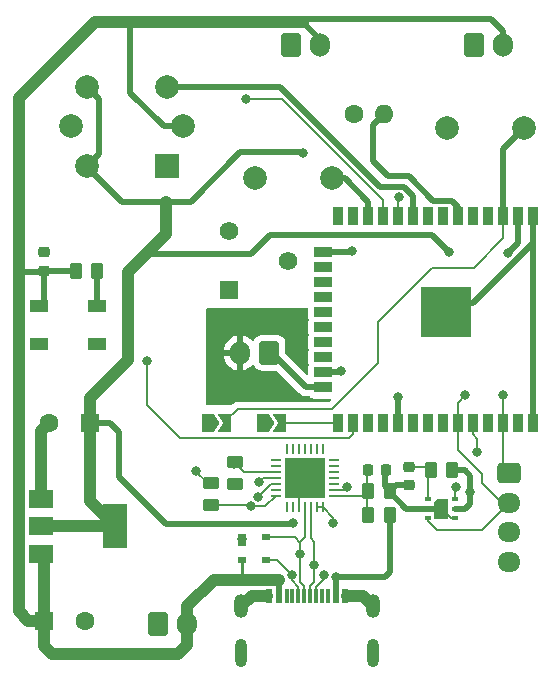
<source format=gbr>
%TF.GenerationSoftware,KiCad,Pcbnew,7.0.9-7.0.9~ubuntu22.04.1*%
%TF.CreationDate,2023-12-02T23:02:12+03:00*%
%TF.ProjectId,air-detector,6169722d-6465-4746-9563-746f722e6b69,rev?*%
%TF.SameCoordinates,Original*%
%TF.FileFunction,Copper,L1,Top*%
%TF.FilePolarity,Positive*%
%FSLAX46Y46*%
G04 Gerber Fmt 4.6, Leading zero omitted, Abs format (unit mm)*
G04 Created by KiCad (PCBNEW 7.0.9-7.0.9~ubuntu22.04.1) date 2023-12-02 23:02:12*
%MOMM*%
%LPD*%
G01*
G04 APERTURE LIST*
G04 Aperture macros list*
%AMRoundRect*
0 Rectangle with rounded corners*
0 $1 Rounding radius*
0 $2 $3 $4 $5 $6 $7 $8 $9 X,Y pos of 4 corners*
0 Add a 4 corners polygon primitive as box body*
4,1,4,$2,$3,$4,$5,$6,$7,$8,$9,$2,$3,0*
0 Add four circle primitives for the rounded corners*
1,1,$1+$1,$2,$3*
1,1,$1+$1,$4,$5*
1,1,$1+$1,$6,$7*
1,1,$1+$1,$8,$9*
0 Add four rect primitives between the rounded corners*
20,1,$1+$1,$2,$3,$4,$5,0*
20,1,$1+$1,$4,$5,$6,$7,0*
20,1,$1+$1,$6,$7,$8,$9,0*
20,1,$1+$1,$8,$9,$2,$3,0*%
%AMFreePoly0*
4,1,6,1.000000,0.000000,0.500000,-0.750000,-0.500000,-0.750000,-0.500000,0.750000,0.500000,0.750000,1.000000,0.000000,1.000000,0.000000,$1*%
%AMFreePoly1*
4,1,6,0.500000,-0.750000,-0.650000,-0.750000,-0.150000,0.000000,-0.650000,0.750000,0.500000,0.750000,0.500000,-0.750000,0.500000,-0.750000,$1*%
%AMFreePoly2*
4,1,15,-0.324998,0.855000,0.625000,0.855000,0.628536,0.853536,0.630000,0.850000,0.630000,-0.850000,0.628536,-0.853536,0.625000,-0.855000,-0.625000,-0.855000,-0.628536,-0.853536,-0.630000,-0.850000,-0.630001,0.550000,-0.628536,0.553536,-0.328536,0.853536,-0.325000,0.855001,-0.324998,0.855000,-0.324998,0.855000,$1*%
G04 Aperture macros list end*
%TA.AperFunction,SMDPad,CuDef*%
%ADD10RoundRect,0.250000X-0.262500X-0.450000X0.262500X-0.450000X0.262500X0.450000X-0.262500X0.450000X0*%
%TD*%
%TA.AperFunction,ComponentPad*%
%ADD11R,1.600000X1.600000*%
%TD*%
%TA.AperFunction,ComponentPad*%
%ADD12C,1.600000*%
%TD*%
%TA.AperFunction,SMDPad,CuDef*%
%ADD13RoundRect,0.225000X-0.250000X0.225000X-0.250000X-0.225000X0.250000X-0.225000X0.250000X0.225000X0*%
%TD*%
%TA.AperFunction,SMDPad,CuDef*%
%ADD14RoundRect,0.225000X0.250000X-0.225000X0.250000X0.225000X-0.250000X0.225000X-0.250000X-0.225000X0*%
%TD*%
%TA.AperFunction,ComponentPad*%
%ADD15R,2.000000X2.000000*%
%TD*%
%TA.AperFunction,ComponentPad*%
%ADD16C,2.000000*%
%TD*%
%TA.AperFunction,SMDPad,CuDef*%
%ADD17FreePoly0,0.000000*%
%TD*%
%TA.AperFunction,SMDPad,CuDef*%
%ADD18FreePoly1,0.000000*%
%TD*%
%TA.AperFunction,SMDPad,CuDef*%
%ADD19RoundRect,0.250000X0.450000X-0.262500X0.450000X0.262500X-0.450000X0.262500X-0.450000X-0.262500X0*%
%TD*%
%TA.AperFunction,SMDPad,CuDef*%
%ADD20R,2.000000X1.500000*%
%TD*%
%TA.AperFunction,SMDPad,CuDef*%
%ADD21R,2.000000X3.800000*%
%TD*%
%TA.AperFunction,ComponentPad*%
%ADD22RoundRect,0.250000X-0.600000X-0.750000X0.600000X-0.750000X0.600000X0.750000X-0.600000X0.750000X0*%
%TD*%
%TA.AperFunction,ComponentPad*%
%ADD23O,1.700000X2.000000*%
%TD*%
%TA.AperFunction,SMDPad,CuDef*%
%ADD24RoundRect,0.062500X0.062500X-0.337500X0.062500X0.337500X-0.062500X0.337500X-0.062500X-0.337500X0*%
%TD*%
%TA.AperFunction,SMDPad,CuDef*%
%ADD25RoundRect,0.062500X0.337500X-0.062500X0.337500X0.062500X-0.337500X0.062500X-0.337500X-0.062500X0*%
%TD*%
%TA.AperFunction,SMDPad,CuDef*%
%ADD26R,3.350000X3.350000*%
%TD*%
%TA.AperFunction,SMDPad,CuDef*%
%ADD27R,0.550000X0.400000*%
%TD*%
%TA.AperFunction,SMDPad,CuDef*%
%ADD28FreePoly2,0.000000*%
%TD*%
%TA.AperFunction,SMDPad,CuDef*%
%ADD29RoundRect,0.225000X-0.225000X-0.250000X0.225000X-0.250000X0.225000X0.250000X-0.225000X0.250000X0*%
%TD*%
%TA.AperFunction,SMDPad,CuDef*%
%ADD30R,0.600000X1.160000*%
%TD*%
%TA.AperFunction,SMDPad,CuDef*%
%ADD31R,0.300000X1.160000*%
%TD*%
%TA.AperFunction,ComponentPad*%
%ADD32O,1.200000X2.000000*%
%TD*%
%TA.AperFunction,ComponentPad*%
%ADD33O,1.000000X2.400000*%
%TD*%
%TA.AperFunction,ComponentPad*%
%ADD34R,1.560000X1.560000*%
%TD*%
%TA.AperFunction,ComponentPad*%
%ADD35C,1.560000*%
%TD*%
%TA.AperFunction,ComponentPad*%
%ADD36RoundRect,0.250000X0.600000X0.750000X-0.600000X0.750000X-0.600000X-0.750000X0.600000X-0.750000X0*%
%TD*%
%TA.AperFunction,ComponentPad*%
%ADD37RoundRect,0.250000X-0.725000X0.600000X-0.725000X-0.600000X0.725000X-0.600000X0.725000X0.600000X0*%
%TD*%
%TA.AperFunction,ComponentPad*%
%ADD38O,1.950000X1.700000*%
%TD*%
%TA.AperFunction,SMDPad,CuDef*%
%ADD39RoundRect,0.250000X-0.450000X0.262500X-0.450000X-0.262500X0.450000X-0.262500X0.450000X0.262500X0*%
%TD*%
%TA.AperFunction,SMDPad,CuDef*%
%ADD40R,0.700000X1.000000*%
%TD*%
%TA.AperFunction,SMDPad,CuDef*%
%ADD41R,0.700000X0.600000*%
%TD*%
%TA.AperFunction,SMDPad,CuDef*%
%ADD42R,1.500000X1.000000*%
%TD*%
%TA.AperFunction,SMDPad,CuDef*%
%ADD43RoundRect,0.250000X0.262500X0.450000X-0.262500X0.450000X-0.262500X-0.450000X0.262500X-0.450000X0*%
%TD*%
%TA.AperFunction,SMDPad,CuDef*%
%ADD44R,0.900000X1.500000*%
%TD*%
%TA.AperFunction,SMDPad,CuDef*%
%ADD45R,1.500000X0.900000*%
%TD*%
%TA.AperFunction,SMDPad,CuDef*%
%ADD46R,1.050000X1.050000*%
%TD*%
%TA.AperFunction,HeatsinkPad*%
%ADD47C,0.600000*%
%TD*%
%TA.AperFunction,SMDPad,CuDef*%
%ADD48R,4.200000X4.200000*%
%TD*%
%TA.AperFunction,ComponentPad*%
%ADD49O,1.600000X1.600000*%
%TD*%
%TA.AperFunction,ViaPad*%
%ADD50C,0.800000*%
%TD*%
%TA.AperFunction,Conductor*%
%ADD51C,1.000000*%
%TD*%
%TA.AperFunction,Conductor*%
%ADD52C,0.500000*%
%TD*%
%TA.AperFunction,Conductor*%
%ADD53C,0.200000*%
%TD*%
%TA.AperFunction,Conductor*%
%ADD54C,0.250000*%
%TD*%
G04 APERTURE END LIST*
D10*
%TO.P,R19,1*%
%TO.N,/board2/+5V*%
X70787500Y-54600000D03*
%TO.P,R19,2*%
%TO.N,Net-(D4-DIN)*%
X72612500Y-54600000D03*
%TD*%
D11*
%TO.P,C33,1*%
%TO.N,/board2/+3V3*%
X72000000Y-67470000D03*
D12*
%TO.P,C33,2*%
%TO.N,/core1/GND*%
X68500000Y-67470000D03*
%TD*%
D13*
%TO.P,C22,1*%
%TO.N,/core1/GND*%
X68100000Y-53025000D03*
%TO.P,C22,2*%
%TO.N,/board2/+5V*%
X68100000Y-54575000D03*
%TD*%
D14*
%TO.P,C19,1*%
%TO.N,/core1/GND*%
X99036750Y-72745000D03*
%TO.P,C19,2*%
%TO.N,Net-(U10-VCC)*%
X99036750Y-71195000D03*
%TD*%
D11*
%TO.P,C30,1*%
%TO.N,/board2/+5V*%
X68097349Y-84220000D03*
D12*
%TO.P,C30,2*%
%TO.N,/core1/GND*%
X71597349Y-84220000D03*
%TD*%
D15*
%TO.P,U6,1,B1*%
%TO.N,/board2/H2S*%
X78500000Y-45720000D03*
D16*
%TO.P,U6,2,VH+*%
%TO.N,/board2/+5V*%
X79890000Y-42360000D03*
%TO.P,U6,3,B2*%
%TO.N,/board2/H2S*%
X78500000Y-39000000D03*
%TO.P,U6,4,A2*%
%TO.N,/board2/+3V3*%
X71780000Y-39000000D03*
%TO.P,U6,5,VH-*%
%TO.N,/core1/GND*%
X70390000Y-42360000D03*
%TO.P,U6,6,A1*%
%TO.N,/board2/+3V3*%
X71780000Y-45720000D03*
%TD*%
D17*
%TO.P,JP4,1,A*%
%TO.N,Net-(JP4-A)*%
X82025000Y-67500000D03*
D18*
%TO.P,JP4,2,B*%
%TO.N,/core1/ESP32_ENABLE*%
X83475000Y-67500000D03*
%TD*%
D19*
%TO.P,R28,1*%
%TO.N,Net-(Q6-E)*%
X82250000Y-74382500D03*
%TO.P,R28,2*%
%TO.N,Net-(Q7-B)*%
X82250000Y-72557500D03*
%TD*%
D20*
%TO.P,U14,1,GND*%
%TO.N,/core1/GND*%
X67850000Y-73920000D03*
%TO.P,U14,2,VO*%
%TO.N,/board2/+3V3*%
X67850000Y-76220000D03*
D21*
X74150000Y-76220000D03*
D20*
%TO.P,U14,3,VI*%
%TO.N,/board2/+5V*%
X67850000Y-78520000D03*
%TD*%
D16*
%TO.P,SW4,1,1*%
%TO.N,/core1/GND*%
X86000000Y-46750000D03*
%TO.P,SW4,2,2*%
%TO.N,/core1/CALIBRATE_BUTTON*%
X92500000Y-46750000D03*
%TD*%
D22*
%TO.P,J7,1,Pin_1*%
%TO.N,Net-(J7-Pin_1)*%
X89000000Y-35475000D03*
D23*
%TO.P,J7,2,Pin_2*%
%TO.N,/board2/+5V*%
X91500000Y-35475000D03*
%TD*%
D24*
%TO.P,U13,1,~{DCD}*%
%TO.N,unconnected-(U13-~{DCD}-Pad1)*%
X88700000Y-74570000D03*
%TO.P,U13,2,~{RI}/CLK*%
%TO.N,unconnected-(U13-~{RI}{slash}CLK-Pad2)*%
X89200000Y-74570000D03*
%TO.P,U13,3,GND*%
%TO.N,/core1/GND*%
X89700000Y-74570000D03*
%TO.P,U13,4,D+*%
%TO.N,/core1/D+*%
X90200000Y-74570000D03*
%TO.P,U13,5,D-*%
%TO.N,/core1/D-*%
X90700000Y-74570000D03*
%TO.P,U13,6,VDD*%
%TO.N,/board2/+3V3*%
X91200000Y-74570000D03*
%TO.P,U13,7,VREGIN*%
X91700000Y-74570000D03*
D25*
%TO.P,U13,8,VBUS*%
%TO.N,Net-(U13-VBUS)*%
X92650000Y-73620000D03*
%TO.P,U13,9,~{RST}*%
%TO.N,Net-(U13-~{RST})*%
X92650000Y-73120000D03*
%TO.P,U13,10,NC*%
%TO.N,unconnected-(U13-NC-Pad10)*%
X92650000Y-72620000D03*
%TO.P,U13,11,~{SUSPEND}*%
%TO.N,unconnected-(U13-~{SUSPEND}-Pad11)*%
X92650000Y-72120000D03*
%TO.P,U13,12,SUSPEND*%
%TO.N,unconnected-(U13-SUSPEND-Pad12)*%
X92650000Y-71620000D03*
%TO.P,U13,13,CHREN*%
%TO.N,unconnected-(U13-CHREN-Pad13)*%
X92650000Y-71120000D03*
%TO.P,U13,14,CHR1*%
%TO.N,unconnected-(U13-CHR1-Pad14)*%
X92650000Y-70620000D03*
D24*
%TO.P,U13,15,CHR0*%
%TO.N,unconnected-(U13-CHR0-Pad15)*%
X91700000Y-69670000D03*
%TO.P,U13,16,~{WAKEUP}/GPIO.3*%
%TO.N,unconnected-(U13-~{WAKEUP}{slash}GPIO.3-Pad16)*%
X91200000Y-69670000D03*
%TO.P,U13,17,RS485/GPIO.2*%
%TO.N,unconnected-(U13-RS485{slash}GPIO.2-Pad17)*%
X90700000Y-69670000D03*
%TO.P,U13,18,~{RXT}/GPIO.1*%
%TO.N,unconnected-(U13-~{RXT}{slash}GPIO.1-Pad18)*%
X90200000Y-69670000D03*
%TO.P,U13,19,~{TXT}/GPIO.0*%
%TO.N,unconnected-(U13-~{TXT}{slash}GPIO.0-Pad19)*%
X89700000Y-69670000D03*
%TO.P,U13,20,GPIO.6*%
%TO.N,unconnected-(U13-GPIO.6-Pad20)*%
X89200000Y-69670000D03*
%TO.P,U13,21,GPIO.5*%
%TO.N,unconnected-(U13-GPIO.5-Pad21)*%
X88700000Y-69670000D03*
D25*
%TO.P,U13,22,GPIO.4*%
%TO.N,unconnected-(U13-GPIO.4-Pad22)*%
X87750000Y-70620000D03*
%TO.P,U13,23,~{CTS}*%
%TO.N,unconnected-(U13-~{CTS}-Pad23)*%
X87750000Y-71120000D03*
%TO.P,U13,24,~{RTS}*%
%TO.N,Net-(Q7-E)*%
X87750000Y-71620000D03*
%TO.P,U13,25,RXD*%
%TO.N,/core1/RXD_3V3*%
X87750000Y-72120000D03*
%TO.P,U13,26,TXD*%
%TO.N,/core1/TXD_3V3*%
X87750000Y-72620000D03*
%TO.P,U13,27,~{DSR}*%
%TO.N,unconnected-(U13-~{DSR}-Pad27)*%
X87750000Y-73120000D03*
%TO.P,U13,28,~{DTR}*%
%TO.N,Net-(Q6-E)*%
X87750000Y-73620000D03*
D26*
%TO.P,U13,29,GND*%
%TO.N,/core1/GND*%
X90200000Y-72120000D03*
%TD*%
D27*
%TO.P,U10,1,VCC*%
%TO.N,Net-(U10-VCC)*%
X100600000Y-73920000D03*
%TO.P,U10,2,GND1*%
%TO.N,/core1/GND*%
X100600000Y-74720000D03*
%TO.P,U10,3,SDA*%
%TO.N,/board2/SDA_3V3*%
X100600000Y-75520000D03*
%TO.P,U10,4,GND2*%
%TO.N,/core1/GND*%
X102900000Y-75520000D03*
%TO.P,U10,5,VCC_H*%
%TO.N,/board2/+3V3*%
X102900000Y-74720000D03*
%TO.P,U10,6,SCL*%
%TO.N,/board2/SCL_3V3*%
X102900000Y-73920000D03*
D28*
%TO.P,U10,7,PAD*%
%TO.N,/core1/GND*%
X101750000Y-74720000D03*
%TD*%
D29*
%TO.P,C27,1*%
%TO.N,Net-(U13-VBUS)*%
X95525000Y-71470000D03*
%TO.P,C27,2*%
%TO.N,/core1/GND*%
X97075000Y-71470000D03*
%TD*%
D30*
%TO.P,J9,A1,GND*%
%TO.N,/core1/GND*%
X87200000Y-82090000D03*
%TO.P,J9,A4,VBUS*%
%TO.N,/board2/+5V*%
X88000000Y-82090000D03*
D31*
%TO.P,J9,A5,CC1*%
%TO.N,unconnected-(J9-CC1-PadA5)*%
X89150000Y-82090000D03*
%TO.P,J9,A6,D+*%
%TO.N,/core1/D+*%
X90150000Y-82090000D03*
%TO.P,J9,A7,D-*%
%TO.N,/core1/D-*%
X90650000Y-82090000D03*
%TO.P,J9,A8,SBU1*%
%TO.N,unconnected-(J9-SBU1-PadA8)*%
X91650000Y-82090000D03*
D30*
%TO.P,J9,A9,VBUS*%
%TO.N,/board2/+5V*%
X92800000Y-82090000D03*
%TO.P,J9,A12,GND*%
%TO.N,/core1/GND*%
X93600000Y-82090000D03*
%TO.P,J9,B1,GND*%
X93600000Y-82090000D03*
%TO.P,J9,B4,VBUS*%
%TO.N,/board2/+5V*%
X92800000Y-82090000D03*
D31*
%TO.P,J9,B5,CC2*%
%TO.N,unconnected-(J9-CC2-PadB5)*%
X92150000Y-82090000D03*
%TO.P,J9,B6,D+*%
%TO.N,/core1/D+*%
X91150000Y-82090000D03*
%TO.P,J9,B7,D-*%
%TO.N,/core1/D-*%
X89650000Y-82090000D03*
%TO.P,J9,B8,SBU2*%
%TO.N,unconnected-(J9-SBU2-PadB8)*%
X88650000Y-82090000D03*
D30*
%TO.P,J9,B9,VBUS*%
%TO.N,/board2/+5V*%
X88000000Y-82090000D03*
%TO.P,J9,B12,GND*%
%TO.N,/core1/GND*%
X87200000Y-82090000D03*
D32*
%TO.P,J9,S1,SHIELD*%
X84800000Y-82975000D03*
D33*
X84800000Y-86900000D03*
D32*
X96000000Y-82975000D03*
D33*
X96000000Y-86900000D03*
%TD*%
D34*
%TO.P,RV2,1,1*%
%TO.N,/core1/GND*%
X83760000Y-56220000D03*
D35*
%TO.P,RV2,2,2*%
X88760000Y-53720000D03*
%TO.P,RV2,3,3*%
%TO.N,/board2/H2S*%
X83760000Y-51220000D03*
%TD*%
D36*
%TO.P,J2,1,Pin_1*%
%TO.N,/board2/TOUCH_SENSOR*%
X87200000Y-61520000D03*
D23*
%TO.P,J2,2,Pin_2*%
%TO.N,/core1/GND*%
X84700000Y-61520000D03*
%TD*%
D37*
%TO.P,J4,1,Pin_1*%
%TO.N,/board2/SCL_3V3*%
X107525000Y-71720000D03*
D38*
%TO.P,J4,2,Pin_2*%
%TO.N,/board2/SDA_3V3*%
X107525000Y-74220000D03*
%TO.P,J4,3,Pin_3*%
%TO.N,/board2/+3V3*%
X107525000Y-76720000D03*
%TO.P,J4,4,Pin_4*%
%TO.N,/core1/GND*%
X107525000Y-79220000D03*
%TD*%
D22*
%TO.P,J6,1,Pin_1*%
%TO.N,Net-(J6-Pin_1)*%
X104500000Y-35500000D03*
D23*
%TO.P,J6,2,Pin_2*%
%TO.N,/board2/+5V*%
X107000000Y-35500000D03*
%TD*%
D39*
%TO.P,R27,1*%
%TO.N,Net-(Q7-E)*%
X84250000Y-70807500D03*
%TO.P,R27,2*%
%TO.N,Net-(Q6-B)*%
X84250000Y-72632500D03*
%TD*%
D40*
%TO.P,D9,1,A*%
%TO.N,/core1/GND*%
X84900000Y-77350000D03*
D41*
%TO.P,D9,2,K*%
%TO.N,/board2/+5V*%
X84900000Y-79050000D03*
%TO.P,D9,3,K*%
%TO.N,/core1/D-*%
X86900000Y-79050000D03*
%TO.P,D9,4,K*%
%TO.N,/core1/D+*%
X86900000Y-77150000D03*
%TD*%
D42*
%TO.P,D4,1,VSS*%
%TO.N,/core1/GND*%
X72595000Y-60755000D03*
%TO.P,D4,2,DIN*%
%TO.N,Net-(D4-DIN)*%
X72595000Y-57555000D03*
%TO.P,D4,3,VDD*%
%TO.N,/board2/+5V*%
X67695000Y-57555000D03*
%TO.P,D4,4,DOUT*%
%TO.N,unconnected-(D4-DOUT-Pad4)*%
X67695000Y-60755000D03*
%TD*%
D10*
%TO.P,R25,1*%
%TO.N,Net-(U13-VBUS)*%
X95587500Y-73220000D03*
%TO.P,R25,2*%
%TO.N,/core1/GND*%
X97412500Y-73220000D03*
%TD*%
D43*
%TO.P,R24,1*%
%TO.N,/board2/+5V*%
X97412500Y-75220000D03*
%TO.P,R24,2*%
%TO.N,Net-(U13-VBUS)*%
X95587500Y-75220000D03*
%TD*%
D44*
%TO.P,U15,1,GND*%
%TO.N,/core1/GND*%
X109500000Y-49970000D03*
%TO.P,U15,2,VDD*%
%TO.N,/board2/+3V3*%
X108230000Y-49970000D03*
%TO.P,U15,3,EN*%
%TO.N,/core1/ESP32_ENABLE*%
X106960000Y-49970000D03*
%TO.P,U15,4,SENSOR_VP*%
%TO.N,unconnected-(U15-SENSOR_VP-Pad4)*%
X105690000Y-49970000D03*
%TO.P,U15,5,SENSOR_VN*%
%TO.N,unconnected-(U15-SENSOR_VN-Pad5)*%
X104420000Y-49970000D03*
%TO.P,U15,6,IO34*%
%TO.N,/board2/LIGHT*%
X103150000Y-49970000D03*
%TO.P,U15,7,IO35*%
%TO.N,/core1/O2*%
X101880000Y-49970000D03*
%TO.P,U15,8,IO32*%
%TO.N,/core1/CO*%
X100610000Y-49970000D03*
%TO.P,U15,9,IO33*%
%TO.N,/board2/H2S*%
X99340000Y-49970000D03*
%TO.P,U15,10,IO25*%
%TO.N,/board2/EXT_FAN_ENABLE*%
X98070000Y-49970000D03*
%TO.P,U15,11,IO26*%
%TO.N,/board2/FAN_ENABLE*%
X96800000Y-49970000D03*
%TO.P,U15,12,IO27*%
%TO.N,/core1/CALIBRATE_BUTTON*%
X95530000Y-49970000D03*
%TO.P,U15,13,IO14*%
%TO.N,unconnected-(U15-IO14-Pad13)*%
X94260000Y-49970000D03*
%TO.P,U15,14,IO12*%
%TO.N,Net-(U15-IO12)*%
X92990000Y-49970000D03*
D45*
%TO.P,U15,15,GND*%
%TO.N,/core1/GND*%
X91740000Y-53010000D03*
%TO.P,U15,16,IO13*%
%TO.N,unconnected-(U15-IO13-Pad16)*%
X91740000Y-54280000D03*
%TO.P,U15,17,SHD/SD2*%
%TO.N,unconnected-(U15-SHD{slash}SD2-Pad17)*%
X91740000Y-55550000D03*
%TO.P,U15,18,SWP/SD3*%
%TO.N,unconnected-(U15-SWP{slash}SD3-Pad18)*%
X91740000Y-56820000D03*
%TO.P,U15,19,SCS/CMD*%
%TO.N,unconnected-(U15-SCS{slash}CMD-Pad19)*%
X91740000Y-58090000D03*
%TO.P,U15,20,SCK/CLK*%
%TO.N,unconnected-(U15-SCK{slash}CLK-Pad20)*%
X91740000Y-59360000D03*
%TO.P,U15,21,SDO/SD0*%
%TO.N,unconnected-(U15-SDO{slash}SD0-Pad21)*%
X91740000Y-60630000D03*
%TO.P,U15,22,SDI/SD1*%
%TO.N,unconnected-(U15-SDI{slash}SD1-Pad22)*%
X91740000Y-61900000D03*
%TO.P,U15,23,IO15*%
%TO.N,Net-(U15-IO15)*%
X91740000Y-63170000D03*
%TO.P,U15,24,IO2*%
%TO.N,/board2/TOUCH_SENSOR*%
X91740000Y-64440000D03*
D44*
%TO.P,U15,25,IO0*%
%TO.N,/core1/ESP32_FLUSH*%
X92990000Y-67470000D03*
%TO.P,U15,26,IO4*%
%TO.N,/board2/RGB_CONTROL#*%
X94260000Y-67470000D03*
%TO.P,U15,27,IO16*%
%TO.N,/core1/TXD_2_3V3*%
X95530000Y-67470000D03*
%TO.P,U15,28,IO17*%
%TO.N,/core1/RXD_2_3V3*%
X96800000Y-67470000D03*
%TO.P,U15,29,IO5*%
%TO.N,Net-(U15-IO5)*%
X98070000Y-67470000D03*
%TO.P,U15,30,IO18*%
%TO.N,/core1/PMS7003_ENABLE*%
X99340000Y-67470000D03*
%TO.P,U15,31,IO19*%
%TO.N,unconnected-(U15-IO19-Pad31)*%
X100610000Y-67470000D03*
%TO.P,U15,32,NC*%
%TO.N,unconnected-(U15-NC-Pad32)*%
X101880000Y-67470000D03*
%TO.P,U15,33,IO21*%
%TO.N,/board2/SDA_3V3*%
X103150000Y-67470000D03*
%TO.P,U15,34,RXD0/IO3*%
%TO.N,/core1/TXD_3V3*%
X104420000Y-67470000D03*
%TO.P,U15,35,TXD0/IO1*%
%TO.N,/core1/RXD_3V3*%
X105690000Y-67470000D03*
%TO.P,U15,36,IO22*%
%TO.N,/board2/SCL_3V3*%
X106960000Y-67470000D03*
%TO.P,U15,37,IO23*%
%TO.N,unconnected-(U15-IO23-Pad37)*%
X108230000Y-67470000D03*
%TO.P,U15,38,GND*%
%TO.N,/core1/GND*%
X109500000Y-67470000D03*
D46*
%TO.P,U15,39,GND*%
X103685000Y-56515000D03*
D47*
X102922500Y-56515000D03*
D46*
X102160000Y-56515000D03*
D47*
X101397500Y-56515000D03*
D46*
X100635000Y-56515000D03*
D47*
X103685000Y-57277500D03*
X102160000Y-57277500D03*
X100635000Y-57277500D03*
D46*
X103685000Y-58040000D03*
D47*
X102922500Y-58040000D03*
D46*
X102160000Y-58040000D03*
D48*
X102160000Y-58040000D03*
D47*
X101397500Y-58040000D03*
D46*
X100635000Y-58040000D03*
D47*
X103685000Y-58802500D03*
X102160000Y-58802500D03*
X100635000Y-58802500D03*
D46*
X103685000Y-59565000D03*
D47*
X102922500Y-59565000D03*
D46*
X102160000Y-59565000D03*
D47*
X101397500Y-59565000D03*
D46*
X100635000Y-59565000D03*
%TD*%
D22*
%TO.P,J10,1,Pin_1*%
%TO.N,/core1/GND*%
X77750000Y-84445000D03*
D23*
%TO.P,J10,2,Pin_2*%
%TO.N,/board2/+5V*%
X80250000Y-84445000D03*
%TD*%
D43*
%TO.P,R16,1*%
%TO.N,/board2/+3V3*%
X102662500Y-71470000D03*
%TO.P,R16,2*%
%TO.N,Net-(U10-VCC)*%
X100837500Y-71470000D03*
%TD*%
D16*
%TO.P,SW2,1,1*%
%TO.N,/core1/GND*%
X102250000Y-42500000D03*
%TO.P,SW2,2,2*%
%TO.N,/core1/ESP32_ENABLE*%
X108750000Y-42500000D03*
%TD*%
D17*
%TO.P,JP3,1,A*%
%TO.N,Net-(JP3-A)*%
X86675000Y-67500000D03*
D18*
%TO.P,JP3,2,B*%
%TO.N,/core1/ESP32_FLUSH*%
X88125000Y-67500000D03*
%TD*%
D12*
%TO.P,R8,1*%
%TO.N,/board2/+3V3*%
X94355000Y-41320000D03*
D49*
%TO.P,R8,2*%
%TO.N,/board2/LIGHT*%
X96895000Y-41320000D03*
%TD*%
D50*
%TO.N,/core1/GND*%
X90200000Y-72120000D03*
X88800000Y-65120000D03*
X72600000Y-60720000D03*
X94200000Y-52920000D03*
X83400000Y-59320000D03*
X84900000Y-77300000D03*
X68100000Y-53000000D03*
X101800000Y-74720000D03*
X88400000Y-59320000D03*
X97400000Y-73320000D03*
X83000000Y-65120000D03*
%TO.N,/board2/+3V3*%
X102400000Y-52945000D03*
X92600000Y-75920000D03*
X90000000Y-44587500D03*
X104200000Y-73320000D03*
X89200000Y-75920000D03*
X107400000Y-53045000D03*
%TO.N,/board2/+5V*%
X92800000Y-80520000D03*
X88000000Y-80720000D03*
%TO.N,Net-(D4-DIN)*%
X72595000Y-57555000D03*
%TO.N,/core1/D-*%
X91000000Y-79520000D03*
X89100500Y-80320000D03*
%TO.N,/core1/D+*%
X89800000Y-78520000D03*
X91800000Y-80320000D03*
%TO.N,/board2/SCL_3V3*%
X103000000Y-72920000D03*
X107000000Y-65120000D03*
%TO.N,/board2/SDA_3V3*%
X103800000Y-65120000D03*
%TO.N,Net-(JP3-A)*%
X86675000Y-67500000D03*
%TO.N,Net-(JP4-A)*%
X82025000Y-67500000D03*
%TO.N,/board2/RGB_CONTROL#*%
X76812500Y-62200000D03*
%TO.N,/board2/EXT_FAN_ENABLE*%
X98200000Y-48320000D03*
%TO.N,/board2/FAN_ENABLE*%
X85250000Y-40000000D03*
%TO.N,Net-(Q6-B)*%
X84200000Y-72720000D03*
%TO.N,Net-(Q6-E)*%
X85607904Y-74525251D03*
%TO.N,Net-(Q7-B)*%
X81000000Y-71500000D03*
%TO.N,Net-(Q7-E)*%
X84200000Y-70920000D03*
%TO.N,Net-(U13-~{RST})*%
X93800000Y-72920500D03*
%TO.N,/core1/TXD_3V3*%
X104800000Y-69900000D03*
X86200000Y-73720000D03*
%TO.N,/core1/RXD_3V3*%
X86299500Y-72498798D03*
X105690000Y-67470000D03*
%TO.N,Net-(U15-IO5)*%
X98100000Y-65300000D03*
%TO.N,Net-(U15-IO12)*%
X93000000Y-50000000D03*
%TO.N,Net-(U15-IO15)*%
X93300000Y-63100000D03*
%TD*%
D51*
%TO.N,/core1/GND*%
X95115000Y-82090000D02*
X93800000Y-82090000D01*
D52*
X97887500Y-72745000D02*
X97412500Y-73220000D01*
D51*
X67850000Y-73920000D02*
X67850000Y-68120000D01*
D52*
X94110000Y-53010000D02*
X94200000Y-52920000D01*
D53*
X100600000Y-74720000D02*
X101750000Y-74720000D01*
D52*
X109500000Y-52225000D02*
X104447500Y-57277500D01*
D53*
X89700000Y-74570000D02*
X89700000Y-72620000D01*
D52*
X97025000Y-72832500D02*
X97400000Y-73207500D01*
D51*
X96000000Y-82975000D02*
X95115000Y-82090000D01*
D52*
X97025000Y-71470000D02*
X97025000Y-72832500D01*
X109500000Y-51720000D02*
X109500000Y-52225000D01*
X104447500Y-57277500D02*
X103685000Y-57277500D01*
X99036750Y-72745000D02*
X97887500Y-72745000D01*
X109500000Y-49970000D02*
X109500000Y-51720000D01*
X98800000Y-74720000D02*
X97400000Y-73320000D01*
D53*
X102900000Y-75520000D02*
X102550000Y-75520000D01*
D52*
X91740000Y-53010000D02*
X94110000Y-53010000D01*
X101750000Y-74720000D02*
X98800000Y-74720000D01*
D51*
X67850000Y-68120000D02*
X68500000Y-67470000D01*
X85685000Y-82090000D02*
X87000000Y-82090000D01*
X84800000Y-82975000D02*
X85685000Y-82090000D01*
D52*
X109500000Y-67470000D02*
X109500000Y-51720000D01*
D53*
X102550000Y-75520000D02*
X101800000Y-74770000D01*
D52*
%TO.N,/board2/+3V3*%
X74720000Y-48720000D02*
X71780000Y-45780000D01*
X104200000Y-71920000D02*
X103750000Y-71470000D01*
X73720000Y-67470000D02*
X74500000Y-68250000D01*
X71780000Y-39000000D02*
X72780000Y-40000000D01*
X108230000Y-52215000D02*
X108230000Y-49970000D01*
X102900000Y-74720000D02*
X103800000Y-74720000D01*
D51*
X74150000Y-76220000D02*
X72000000Y-74070000D01*
D52*
X80530000Y-48720000D02*
X78470000Y-48720000D01*
X89912500Y-44500000D02*
X84750000Y-44500000D01*
X74500000Y-68250000D02*
X74500000Y-72020000D01*
X103800000Y-74720000D02*
X104200000Y-74320000D01*
X76810000Y-53110000D02*
X76820000Y-53120000D01*
D53*
X91700000Y-74570000D02*
X92600000Y-75470000D01*
D52*
X84750000Y-44500000D02*
X80530000Y-48720000D01*
X85640000Y-53120000D02*
X87240000Y-51520000D01*
X103750000Y-71470000D02*
X102662500Y-71470000D01*
X78480000Y-76000000D02*
X89120000Y-76000000D01*
X72780000Y-44720000D02*
X71780000Y-45720000D01*
X87240000Y-51520000D02*
X100975000Y-51520000D01*
X90000000Y-44587500D02*
X89912500Y-44500000D01*
X72780000Y-40000000D02*
X72780000Y-44720000D01*
D53*
X91200000Y-74570000D02*
X91700000Y-74570000D01*
D52*
X89120000Y-76000000D02*
X89200000Y-75920000D01*
D51*
X78470000Y-51450000D02*
X75200000Y-54720000D01*
X67850000Y-76220000D02*
X74150000Y-76220000D01*
X78470000Y-48720000D02*
X78470000Y-51450000D01*
D52*
X72000000Y-67470000D02*
X73720000Y-67470000D01*
D53*
X92600000Y-75470000D02*
X92600000Y-75920000D01*
D51*
X72000000Y-74070000D02*
X72000000Y-67470000D01*
X75200000Y-62120000D02*
X72000000Y-65320000D01*
D52*
X100975000Y-51520000D02*
X102400000Y-52945000D01*
D51*
X75200000Y-54720000D02*
X75200000Y-62120000D01*
D52*
X78470000Y-48720000D02*
X74720000Y-48720000D01*
X107400000Y-53045000D02*
X108230000Y-52215000D01*
D51*
X72000000Y-65320000D02*
X72000000Y-67470000D01*
D52*
X76820000Y-53120000D02*
X85640000Y-53120000D01*
X104200000Y-74320000D02*
X104200000Y-71920000D01*
X74500000Y-72020000D02*
X78480000Y-76000000D01*
%TO.N,/board2/LIGHT*%
X98979950Y-46520000D02*
X97200000Y-46520000D01*
X97200000Y-46520000D02*
X96000000Y-45320000D01*
X103150000Y-49140000D02*
X102640025Y-48630025D01*
X102640025Y-48630025D02*
X101089975Y-48630025D01*
X96000000Y-42215000D02*
X96895000Y-41320000D01*
X103150000Y-49970000D02*
X103150000Y-49140000D01*
X96000000Y-45320000D02*
X96000000Y-42215000D01*
X101089975Y-48630025D02*
X98979950Y-46520000D01*
%TO.N,/board2/H2S*%
X96550000Y-47470000D02*
X98552082Y-47470000D01*
X98552082Y-47470000D02*
X99340000Y-48257918D01*
X88080000Y-39000000D02*
X96550000Y-47470000D01*
X78500000Y-39000000D02*
X88080000Y-39000000D01*
X99340000Y-48257918D02*
X99340000Y-49970000D01*
D53*
%TO.N,Net-(U10-VCC)*%
X100600000Y-73920000D02*
X100600000Y-71707500D01*
X99036750Y-71195000D02*
X100562500Y-71195000D01*
D51*
%TO.N,/board2/+5V*%
X68750000Y-87000000D02*
X68097349Y-86347349D01*
X66000000Y-39920000D02*
X66000000Y-54850000D01*
X82500000Y-80750000D02*
X84900000Y-80750000D01*
D52*
X68100000Y-54575000D02*
X68100000Y-57150000D01*
D54*
X84900000Y-79050000D02*
X84900000Y-80750000D01*
D52*
X75250000Y-33500000D02*
X75400000Y-33650000D01*
D51*
X80250000Y-86250000D02*
X79500000Y-87000000D01*
D52*
X75400000Y-39520000D02*
X78240000Y-42360000D01*
D51*
X80250000Y-84445000D02*
X80250000Y-83000000D01*
D52*
X92800000Y-82090000D02*
X92800000Y-80520000D01*
X97412500Y-80107500D02*
X97412500Y-75220000D01*
X75400000Y-33650000D02*
X75400000Y-39520000D01*
X68100000Y-57150000D02*
X67695000Y-57555000D01*
X88000000Y-82090000D02*
X88000000Y-80720000D01*
D51*
X66797349Y-84220000D02*
X66000000Y-83422651D01*
X80250000Y-84638503D02*
X80250000Y-86250000D01*
X68097349Y-84220000D02*
X66797349Y-84220000D01*
X80250000Y-83000000D02*
X82500000Y-80750000D01*
D52*
X92800000Y-80520000D02*
X97000000Y-80520000D01*
D51*
X68097349Y-84220000D02*
X68097349Y-78767349D01*
X72420000Y-33500000D02*
X66000000Y-39920000D01*
D52*
X97000000Y-80520000D02*
X97412500Y-80107500D01*
X106000000Y-33250000D02*
X107000000Y-34250000D01*
X68100000Y-54575000D02*
X70762500Y-54575000D01*
X66150000Y-54700000D02*
X67975000Y-54700000D01*
X90250000Y-33250000D02*
X106000000Y-33250000D01*
D51*
X68097349Y-86347349D02*
X68097349Y-84220000D01*
X66000000Y-83422651D02*
X66000000Y-54850000D01*
X90000000Y-33500000D02*
X75250000Y-33500000D01*
X79500000Y-87000000D02*
X68750000Y-87000000D01*
X84900000Y-80750000D02*
X87970000Y-80750000D01*
D52*
X107000000Y-34250000D02*
X107000000Y-35500000D01*
X90000000Y-33500000D02*
X91500000Y-35000000D01*
D51*
X87970000Y-80750000D02*
X88000000Y-80720000D01*
D52*
X90000000Y-33500000D02*
X90250000Y-33250000D01*
X78240000Y-42360000D02*
X79890000Y-42360000D01*
D51*
X75250000Y-33500000D02*
X72420000Y-33500000D01*
D53*
%TO.N,Net-(U13-VBUS)*%
X95475000Y-71470000D02*
X95475000Y-75107500D01*
X92650000Y-73620000D02*
X95187500Y-73620000D01*
%TO.N,/core1/ESP32_ENABLE*%
X106960000Y-51840000D02*
X104500000Y-54300000D01*
X92530000Y-66270000D02*
X84525000Y-66270000D01*
X104500000Y-54300000D02*
X101000000Y-54300000D01*
D52*
X106960000Y-44290000D02*
X108750000Y-42500000D01*
D53*
X106960000Y-49970000D02*
X106960000Y-51840000D01*
X84525000Y-66270000D02*
X83475000Y-67320000D01*
D52*
X106960000Y-49970000D02*
X106960000Y-44290000D01*
D53*
X101000000Y-54300000D02*
X96400000Y-58900000D01*
X96400000Y-62400000D02*
X92530000Y-66270000D01*
X96400000Y-58900000D02*
X96400000Y-62400000D01*
D52*
%TO.N,Net-(D4-DIN)*%
X72612500Y-54600000D02*
X72612500Y-57537500D01*
D53*
%TO.N,/core1/D-*%
X90650000Y-82090000D02*
X90650000Y-81260000D01*
X90700000Y-77220000D02*
X90700000Y-74570000D01*
X91000000Y-79520000D02*
X91000000Y-77520000D01*
X89100500Y-80776186D02*
X89650000Y-81325686D01*
X89650000Y-81325686D02*
X89650000Y-82090000D01*
X91000000Y-77520000D02*
X90700000Y-77220000D01*
X91000000Y-80910000D02*
X91000000Y-79520000D01*
X87830500Y-79050000D02*
X86900000Y-79050000D01*
X89100500Y-80320000D02*
X89100500Y-80776186D01*
X90650000Y-81260000D02*
X91000000Y-80910000D01*
X89100500Y-80320000D02*
X87830500Y-79050000D01*
%TO.N,/core1/D+*%
X86900000Y-77150000D02*
X89350000Y-77150000D01*
X91800000Y-80675686D02*
X91800000Y-80320000D01*
X89800000Y-77520000D02*
X90200000Y-77120000D01*
X91150000Y-81325686D02*
X91800000Y-80675686D01*
X89800000Y-78520000D02*
X89800000Y-80910000D01*
X90150000Y-81260000D02*
X90150000Y-82090000D01*
X89350000Y-77150000D02*
X89800000Y-77600000D01*
X89800000Y-77600000D02*
X89800000Y-77520000D01*
X89800000Y-80910000D02*
X90150000Y-81260000D01*
X91150000Y-82090000D02*
X91150000Y-81325686D01*
X90200000Y-77120000D02*
X90200000Y-74570000D01*
X89800000Y-78520000D02*
X89800000Y-77600000D01*
D52*
%TO.N,/board2/TOUCH_SENSOR*%
X90320000Y-64440000D02*
X87400000Y-61520000D01*
X91740000Y-64440000D02*
X90320000Y-64440000D01*
D53*
%TO.N,/board2/SCL_3V3*%
X106960000Y-67470000D02*
X106960000Y-65160000D01*
X106960000Y-71155000D02*
X106960000Y-67470000D01*
X102900000Y-73920000D02*
X102900000Y-73020000D01*
X102900000Y-73020000D02*
X103000000Y-72920000D01*
X106960000Y-65160000D02*
X107000000Y-65120000D01*
%TO.N,/board2/SDA_3V3*%
X105200000Y-72520000D02*
X105200000Y-71760000D01*
X105200000Y-71760000D02*
X103150000Y-69710000D01*
X101400000Y-76520000D02*
X105225000Y-76520000D01*
X105225000Y-76520000D02*
X107525000Y-74220000D01*
X103150000Y-69710000D02*
X103150000Y-67470000D01*
X103150000Y-65770000D02*
X103800000Y-65120000D01*
X106900000Y-74220000D02*
X105200000Y-72520000D01*
X103150000Y-67470000D02*
X103150000Y-65770000D01*
X100600000Y-75720000D02*
X101400000Y-76520000D01*
X100600000Y-75520000D02*
X100600000Y-75720000D01*
%TO.N,/core1/ESP32_FLUSH*%
X88275000Y-67470000D02*
X92990000Y-67470000D01*
%TO.N,/board2/RGB_CONTROL#*%
X76812500Y-62200000D02*
X76812500Y-65932500D01*
X94260000Y-68420000D02*
X94260000Y-67470000D01*
X93930000Y-68750000D02*
X94260000Y-68420000D01*
X76812500Y-65932500D02*
X79630000Y-68750000D01*
X79630000Y-68750000D02*
X93930000Y-68750000D01*
%TO.N,/board2/EXT_FAN_ENABLE*%
X98070000Y-48450000D02*
X98200000Y-48320000D01*
X98070000Y-49970000D02*
X98070000Y-48450000D01*
%TO.N,/board2/FAN_ENABLE*%
X96800000Y-48550000D02*
X96800000Y-49970000D01*
X88250000Y-40000000D02*
X96800000Y-48550000D01*
X85250000Y-40000000D02*
X88250000Y-40000000D01*
%TO.N,Net-(Q6-E)*%
X85607904Y-74525251D02*
X85465153Y-74382500D01*
X86850000Y-74520000D02*
X87750000Y-73620000D01*
X85607904Y-74525251D02*
X85613155Y-74520000D01*
X85465153Y-74382500D02*
X82250000Y-74382500D01*
X85613155Y-74520000D02*
X86850000Y-74520000D01*
%TO.N,Net-(Q7-B)*%
X81000000Y-71500000D02*
X81000000Y-71600000D01*
X81000000Y-71600000D02*
X81957500Y-72557500D01*
%TO.N,Net-(Q7-E)*%
X84362500Y-70920000D02*
X85062500Y-71620000D01*
X85062500Y-71620000D02*
X87750000Y-71620000D01*
%TO.N,Net-(U13-~{RST})*%
X93600500Y-73120000D02*
X92650000Y-73120000D01*
X93800000Y-72920500D02*
X93600500Y-73120000D01*
%TO.N,/core1/TXD_3V3*%
X104800000Y-68800000D02*
X104420000Y-68420000D01*
X87300000Y-72620000D02*
X86200000Y-73720000D01*
X87750000Y-72620000D02*
X87300000Y-72620000D01*
X104420000Y-68420000D02*
X104420000Y-67470000D01*
X104800000Y-69900000D02*
X104800000Y-68800000D01*
%TO.N,/core1/RXD_3V3*%
X86678298Y-72120000D02*
X86299500Y-72498798D01*
X87750000Y-72120000D02*
X86678298Y-72120000D01*
D52*
%TO.N,Net-(U15-IO5)*%
X98070000Y-67470000D02*
X98070000Y-65370000D01*
X98070000Y-65370000D02*
X98100000Y-65400000D01*
X98100000Y-65400000D02*
X98100000Y-65300000D01*
%TO.N,/core1/CALIBRATE_BUTTON*%
X95530000Y-48720000D02*
X93560000Y-46750000D01*
X95530000Y-49970000D02*
X95530000Y-48720000D01*
X93560000Y-46750000D02*
X92500000Y-46750000D01*
%TO.N,Net-(U15-IO15)*%
X93230000Y-63170000D02*
X93300000Y-63100000D01*
X91740000Y-63170000D02*
X93230000Y-63170000D01*
%TD*%
%TA.AperFunction,Conductor*%
%TO.N,/core1/GND*%
G36*
X90432539Y-57739685D02*
G01*
X90478294Y-57792489D01*
X90489500Y-57844000D01*
X90489500Y-58587870D01*
X90489501Y-58587876D01*
X90495908Y-58647481D01*
X90508659Y-58681669D01*
X90513642Y-58751361D01*
X90508659Y-58768331D01*
X90495908Y-58802518D01*
X90489501Y-58862116D01*
X90489500Y-58862135D01*
X90489500Y-59857870D01*
X90489501Y-59857876D01*
X90495908Y-59917481D01*
X90508659Y-59951669D01*
X90513642Y-60021361D01*
X90508659Y-60038331D01*
X90495908Y-60072518D01*
X90489501Y-60132116D01*
X90489500Y-60132135D01*
X90489500Y-61127870D01*
X90489501Y-61127876D01*
X90495908Y-61187481D01*
X90508659Y-61221669D01*
X90513642Y-61291361D01*
X90508659Y-61308331D01*
X90495908Y-61342518D01*
X90489501Y-61402116D01*
X90489500Y-61402135D01*
X90489500Y-62397870D01*
X90489501Y-62397876D01*
X90495908Y-62457481D01*
X90508659Y-62491669D01*
X90513642Y-62561361D01*
X90508659Y-62578331D01*
X90495908Y-62612518D01*
X90489501Y-62672116D01*
X90489500Y-62672135D01*
X90489500Y-63248770D01*
X90469815Y-63315809D01*
X90417011Y-63361564D01*
X90347853Y-63371508D01*
X90284297Y-63342483D01*
X90277819Y-63336451D01*
X88586818Y-61645450D01*
X88553333Y-61584127D01*
X88550499Y-61557769D01*
X88550499Y-60719998D01*
X88550498Y-60719981D01*
X88539999Y-60617203D01*
X88539998Y-60617200D01*
X88484814Y-60450666D01*
X88392712Y-60301344D01*
X88268656Y-60177288D01*
X88119334Y-60085186D01*
X87952797Y-60030001D01*
X87952795Y-60030000D01*
X87850010Y-60019500D01*
X86549998Y-60019500D01*
X86549981Y-60019501D01*
X86447203Y-60030000D01*
X86447200Y-60030001D01*
X86280668Y-60085185D01*
X86280663Y-60085187D01*
X86131342Y-60177289D01*
X86007288Y-60301343D01*
X86007285Y-60301347D01*
X85911550Y-60456558D01*
X85859602Y-60503283D01*
X85790640Y-60514504D01*
X85726558Y-60486661D01*
X85718331Y-60479143D01*
X85571078Y-60331891D01*
X85377578Y-60196399D01*
X85163492Y-60096570D01*
X85163486Y-60096567D01*
X84950000Y-60039364D01*
X84950000Y-61084498D01*
X84842315Y-61035320D01*
X84735763Y-61020000D01*
X84664237Y-61020000D01*
X84557685Y-61035320D01*
X84450000Y-61084498D01*
X84450000Y-60039364D01*
X84449999Y-60039364D01*
X84236513Y-60096567D01*
X84236507Y-60096570D01*
X84022422Y-60196399D01*
X84022420Y-60196400D01*
X83828926Y-60331886D01*
X83828920Y-60331891D01*
X83661891Y-60498920D01*
X83661886Y-60498926D01*
X83526400Y-60692420D01*
X83526399Y-60692422D01*
X83426570Y-60906507D01*
X83426566Y-60906516D01*
X83365432Y-61134673D01*
X83365430Y-61134684D01*
X83353592Y-61269999D01*
X83353593Y-61270000D01*
X84266314Y-61270000D01*
X84240507Y-61310156D01*
X84200000Y-61448111D01*
X84200000Y-61591889D01*
X84240507Y-61729844D01*
X84266314Y-61770000D01*
X83353592Y-61770000D01*
X83365430Y-61905315D01*
X83365432Y-61905326D01*
X83426566Y-62133483D01*
X83426570Y-62133492D01*
X83526399Y-62347577D01*
X83526400Y-62347579D01*
X83661886Y-62541073D01*
X83661891Y-62541079D01*
X83828917Y-62708105D01*
X84022421Y-62843600D01*
X84236507Y-62943429D01*
X84236516Y-62943433D01*
X84450000Y-63000634D01*
X84450000Y-61955501D01*
X84557685Y-62004680D01*
X84664237Y-62020000D01*
X84735763Y-62020000D01*
X84842315Y-62004680D01*
X84950000Y-61955501D01*
X84950000Y-63000633D01*
X85163483Y-62943433D01*
X85163492Y-62943429D01*
X85377577Y-62843600D01*
X85377579Y-62843599D01*
X85571073Y-62708113D01*
X85571079Y-62708108D01*
X85718331Y-62560857D01*
X85779654Y-62527372D01*
X85849346Y-62532356D01*
X85905279Y-62574228D01*
X85911551Y-62583441D01*
X85915186Y-62589334D01*
X86007288Y-62738656D01*
X86131344Y-62862712D01*
X86280666Y-62954814D01*
X86447203Y-63009999D01*
X86549991Y-63020500D01*
X87787769Y-63020499D01*
X87854808Y-63040184D01*
X87875450Y-63056818D01*
X89744267Y-64925634D01*
X89756048Y-64939266D01*
X89770390Y-64958530D01*
X89810420Y-64992119D01*
X89814392Y-64995759D01*
X89820224Y-65001591D01*
X89820227Y-65001594D01*
X89845947Y-65021931D01*
X89904788Y-65071304D01*
X89910818Y-65075270D01*
X89910785Y-65075319D01*
X89917143Y-65079369D01*
X89917175Y-65079319D01*
X89923320Y-65083109D01*
X89923323Y-65083111D01*
X89992936Y-65115572D01*
X90061567Y-65150040D01*
X90061572Y-65150041D01*
X90068361Y-65152513D01*
X90068340Y-65152570D01*
X90075455Y-65155043D01*
X90075475Y-65154986D01*
X90082330Y-65157258D01*
X90157558Y-65172790D01*
X90232279Y-65190500D01*
X90232289Y-65190500D01*
X90239452Y-65191338D01*
X90239444Y-65191397D01*
X90246945Y-65192164D01*
X90246951Y-65192105D01*
X90254140Y-65192734D01*
X90254144Y-65192733D01*
X90254145Y-65192734D01*
X90330918Y-65190500D01*
X90527680Y-65190500D01*
X90594719Y-65210185D01*
X90626948Y-65240191D01*
X90632454Y-65247546D01*
X90632457Y-65247548D01*
X90747664Y-65333793D01*
X90747671Y-65333797D01*
X90882517Y-65384091D01*
X90882516Y-65384091D01*
X90889444Y-65384835D01*
X90942127Y-65390500D01*
X92260902Y-65390499D01*
X92327941Y-65410184D01*
X92373696Y-65462987D01*
X92383640Y-65532146D01*
X92354615Y-65595702D01*
X92348585Y-65602179D01*
X92317585Y-65633180D01*
X92256262Y-65666666D01*
X92229902Y-65669500D01*
X84568428Y-65669500D01*
X84560329Y-65668969D01*
X84525000Y-65664318D01*
X84485639Y-65669500D01*
X84368239Y-65684955D01*
X84368237Y-65684956D01*
X84222160Y-65745463D01*
X84096714Y-65841721D01*
X84075026Y-65869987D01*
X84069677Y-65876087D01*
X84065885Y-65879879D01*
X84062091Y-65883673D01*
X84000774Y-65917163D01*
X83974403Y-65920000D01*
X81924000Y-65920000D01*
X81856961Y-65900315D01*
X81811206Y-65847511D01*
X81800000Y-65796000D01*
X81800000Y-57844000D01*
X81819685Y-57776961D01*
X81872489Y-57731206D01*
X81924000Y-57720000D01*
X90365500Y-57720000D01*
X90432539Y-57739685D01*
G37*
%TD.AperFunction*%
%TD*%
M02*

</source>
